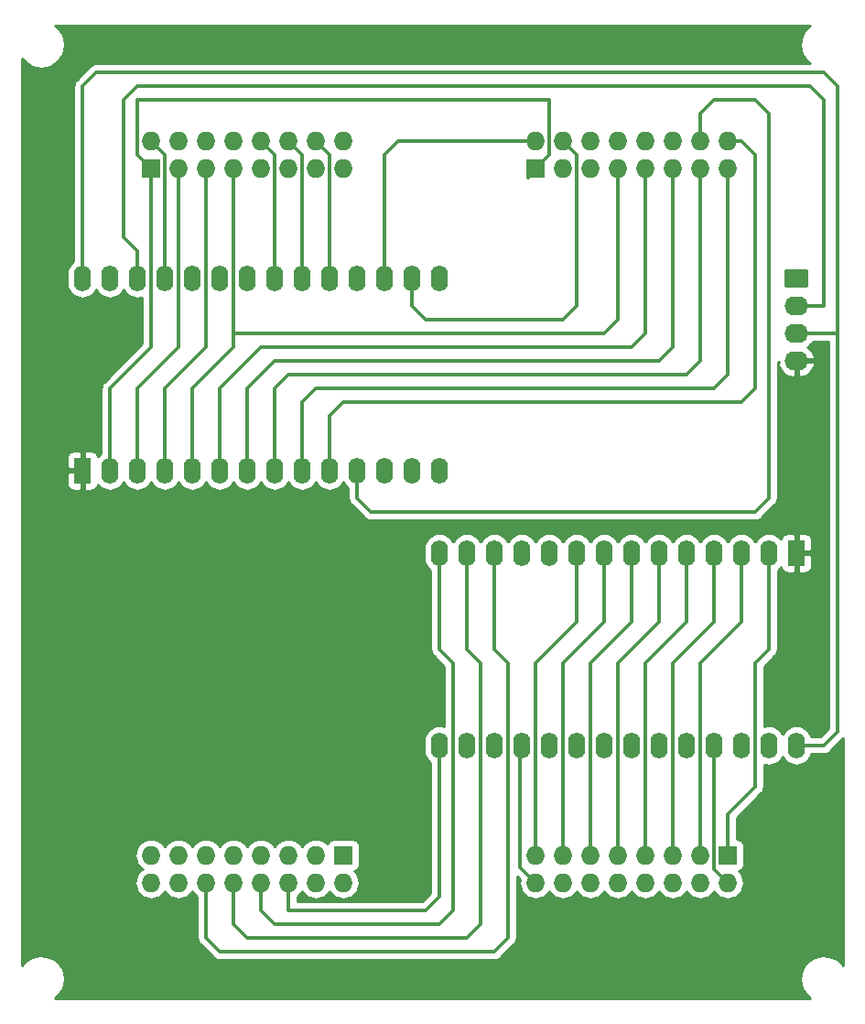
<source format=gbr>
G04 #@! TF.GenerationSoftware,KiCad,Pcbnew,(5.1.2)-2*
G04 #@! TF.CreationDate,2019-07-03T22:27:51+02:00*
G04 #@! TF.ProjectId,FGINT-V3-OUT256,4647494e-542d-4563-932d-4f5554323536,rev?*
G04 #@! TF.SameCoordinates,Original*
G04 #@! TF.FileFunction,Copper,L2,Bot*
G04 #@! TF.FilePolarity,Positive*
%FSLAX46Y46*%
G04 Gerber Fmt 4.6, Leading zero omitted, Abs format (unit mm)*
G04 Created by KiCad (PCBNEW (5.1.2)-2) date 2019-07-03 22:27:51*
%MOMM*%
%LPD*%
G04 APERTURE LIST*
%ADD10C,0.100000*%
%ADD11C,1.740000*%
%ADD12O,2.200000X1.740000*%
%ADD13O,1.727200X1.727200*%
%ADD14R,1.727200X1.727200*%
%ADD15O,1.600000X2.400000*%
%ADD16R,1.600000X2.400000*%
%ADD17C,0.350000*%
%ADD18C,0.254000*%
G04 APERTURE END LIST*
D10*
G36*
X136764505Y-49931204D02*
G01*
X136788773Y-49934804D01*
X136812572Y-49940765D01*
X136835671Y-49949030D01*
X136857850Y-49959520D01*
X136878893Y-49972132D01*
X136898599Y-49986747D01*
X136916777Y-50003223D01*
X136933253Y-50021401D01*
X136947868Y-50041107D01*
X136960480Y-50062150D01*
X136970970Y-50084329D01*
X136979235Y-50107428D01*
X136985196Y-50131227D01*
X136988796Y-50155495D01*
X136990000Y-50179999D01*
X136990000Y-51420001D01*
X136988796Y-51444505D01*
X136985196Y-51468773D01*
X136979235Y-51492572D01*
X136970970Y-51515671D01*
X136960480Y-51537850D01*
X136947868Y-51558893D01*
X136933253Y-51578599D01*
X136916777Y-51596777D01*
X136898599Y-51613253D01*
X136878893Y-51627868D01*
X136857850Y-51640480D01*
X136835671Y-51650970D01*
X136812572Y-51659235D01*
X136788773Y-51665196D01*
X136764505Y-51668796D01*
X136740001Y-51670000D01*
X135039999Y-51670000D01*
X135015495Y-51668796D01*
X134991227Y-51665196D01*
X134967428Y-51659235D01*
X134944329Y-51650970D01*
X134922150Y-51640480D01*
X134901107Y-51627868D01*
X134881401Y-51613253D01*
X134863223Y-51596777D01*
X134846747Y-51578599D01*
X134832132Y-51558893D01*
X134819520Y-51537850D01*
X134809030Y-51515671D01*
X134800765Y-51492572D01*
X134794804Y-51468773D01*
X134791204Y-51444505D01*
X134790000Y-51420001D01*
X134790000Y-50179999D01*
X134791204Y-50155495D01*
X134794804Y-50131227D01*
X134800765Y-50107428D01*
X134809030Y-50084329D01*
X134819520Y-50062150D01*
X134832132Y-50041107D01*
X134846747Y-50021401D01*
X134863223Y-50003223D01*
X134881401Y-49986747D01*
X134901107Y-49972132D01*
X134922150Y-49959520D01*
X134944329Y-49949030D01*
X134967428Y-49940765D01*
X134991227Y-49934804D01*
X135015495Y-49931204D01*
X135039999Y-49930000D01*
X136740001Y-49930000D01*
X136764505Y-49931204D01*
X136764505Y-49931204D01*
G37*
D11*
X135890000Y-50800000D03*
D12*
X135890000Y-53340000D03*
X135890000Y-55880000D03*
X135890000Y-58420000D03*
D13*
X111760000Y-106680000D03*
X111760000Y-104140000D03*
X114300000Y-106680000D03*
X114300000Y-104140000D03*
X116840000Y-106680000D03*
X116840000Y-104140000D03*
X119380000Y-106680000D03*
X119380000Y-104140000D03*
X121920000Y-106680000D03*
X121920000Y-104140000D03*
X124460000Y-106680000D03*
X124460000Y-104140000D03*
X127000000Y-106680000D03*
X127000000Y-104140000D03*
X129540000Y-106680000D03*
D14*
X129540000Y-104140000D03*
X93980000Y-104140000D03*
D13*
X93980000Y-106680000D03*
X91440000Y-104140000D03*
X91440000Y-106680000D03*
X88900000Y-104140000D03*
X88900000Y-106680000D03*
X86360000Y-104140000D03*
X86360000Y-106680000D03*
X83820000Y-104140000D03*
X83820000Y-106680000D03*
X81280000Y-104140000D03*
X81280000Y-106680000D03*
X78740000Y-104140000D03*
X78740000Y-106680000D03*
X76200000Y-104140000D03*
X76200000Y-106680000D03*
D14*
X76200000Y-40640000D03*
D13*
X76200000Y-38100000D03*
X78740000Y-40640000D03*
X78740000Y-38100000D03*
X81280000Y-40640000D03*
X81280000Y-38100000D03*
X83820000Y-40640000D03*
X83820000Y-38100000D03*
X86360000Y-40640000D03*
X86360000Y-38100000D03*
X88900000Y-40640000D03*
X88900000Y-38100000D03*
X91440000Y-40640000D03*
X91440000Y-38100000D03*
X93980000Y-40640000D03*
X93980000Y-38100000D03*
X129540000Y-38100000D03*
X129540000Y-40640000D03*
X127000000Y-38100000D03*
X127000000Y-40640000D03*
X124460000Y-38100000D03*
X124460000Y-40640000D03*
X121920000Y-38100000D03*
X121920000Y-40640000D03*
X119380000Y-38100000D03*
X119380000Y-40640000D03*
X116840000Y-38100000D03*
X116840000Y-40640000D03*
X114300000Y-38100000D03*
X114300000Y-40640000D03*
X111760000Y-38100000D03*
D14*
X111760000Y-40640000D03*
D15*
X135890000Y-93980000D03*
X102870000Y-76200000D03*
X133350000Y-93980000D03*
X105410000Y-76200000D03*
X130810000Y-93980000D03*
X107950000Y-76200000D03*
X128270000Y-93980000D03*
X110490000Y-76200000D03*
X125730000Y-93980000D03*
X113030000Y-76200000D03*
X123190000Y-93980000D03*
X115570000Y-76200000D03*
X120650000Y-93980000D03*
X118110000Y-76200000D03*
X118110000Y-93980000D03*
X120650000Y-76200000D03*
X115570000Y-93980000D03*
X123190000Y-76200000D03*
X113030000Y-93980000D03*
X125730000Y-76200000D03*
X110490000Y-93980000D03*
X128270000Y-76200000D03*
X107950000Y-93980000D03*
X130810000Y-76200000D03*
X105410000Y-93980000D03*
X133350000Y-76200000D03*
X102870000Y-93980000D03*
D16*
X135890000Y-76200000D03*
X69850000Y-68580000D03*
D15*
X102870000Y-50800000D03*
X72390000Y-68580000D03*
X100330000Y-50800000D03*
X74930000Y-68580000D03*
X97790000Y-50800000D03*
X77470000Y-68580000D03*
X95250000Y-50800000D03*
X80010000Y-68580000D03*
X92710000Y-50800000D03*
X82550000Y-68580000D03*
X90170000Y-50800000D03*
X85090000Y-68580000D03*
X87630000Y-50800000D03*
X87630000Y-68580000D03*
X85090000Y-50800000D03*
X90170000Y-68580000D03*
X82550000Y-50800000D03*
X92710000Y-68580000D03*
X80010000Y-50800000D03*
X95250000Y-68580000D03*
X77470000Y-50800000D03*
X97790000Y-68580000D03*
X74930000Y-50800000D03*
X100330000Y-68580000D03*
X72390000Y-50800000D03*
X102870000Y-68580000D03*
X69850000Y-50800000D03*
D17*
X74930000Y-50800000D02*
X74930000Y-48260000D01*
X74930000Y-48260000D02*
X73660000Y-46990000D01*
X73660000Y-46990000D02*
X73660000Y-34290000D01*
X73660000Y-34290000D02*
X74930000Y-33020000D01*
X74930000Y-33020000D02*
X77470000Y-33020000D01*
X77470000Y-33020000D02*
X137160000Y-33020000D01*
X137160000Y-33020000D02*
X138430000Y-34290000D01*
X138430000Y-34290000D02*
X138430000Y-53340000D01*
X138430000Y-53340000D02*
X135890000Y-53340000D01*
X69850000Y-50800000D02*
X69850000Y-33020000D01*
X69850000Y-33020000D02*
X71120000Y-31750000D01*
X71120000Y-31750000D02*
X138430000Y-31750000D01*
X138430000Y-31750000D02*
X139700000Y-33020000D01*
X139700000Y-33020000D02*
X139700000Y-55880000D01*
X139700000Y-55880000D02*
X135890000Y-55880000D01*
X135890000Y-93980000D02*
X138430000Y-93980000D01*
X138430000Y-93980000D02*
X139700000Y-92710000D01*
X139700000Y-92710000D02*
X139700000Y-55880000D01*
X139700000Y-55880000D02*
X135890000Y-55880000D01*
X135890000Y-73660000D02*
X135890000Y-58420000D01*
X135890000Y-76200000D02*
X135890000Y-73660000D01*
X69850000Y-68580000D02*
X69850000Y-72390000D01*
X69850000Y-72390000D02*
X71120000Y-73660000D01*
X71120000Y-73660000D02*
X135890000Y-73660000D01*
X110490000Y-93980000D02*
X110490000Y-94380000D01*
X110490000Y-94380000D02*
X110346300Y-94523700D01*
X110346300Y-94523700D02*
X110346300Y-103554400D01*
X110346300Y-103554400D02*
X110346300Y-104725600D01*
X110346300Y-104725600D02*
X110346300Y-105266300D01*
X110346300Y-105266300D02*
X111760000Y-106680000D01*
X111760000Y-104140000D02*
X111760000Y-86360000D01*
X111760000Y-86360000D02*
X115570000Y-82550000D01*
X115570000Y-82550000D02*
X115570000Y-76200000D01*
X114300000Y-104140000D02*
X114300000Y-86360000D01*
X114300000Y-86360000D02*
X118110000Y-82550000D01*
X118110000Y-82550000D02*
X118110000Y-76200000D01*
X116840000Y-104140000D02*
X116840000Y-86360000D01*
X116840000Y-86360000D02*
X120650000Y-82550000D01*
X120650000Y-82550000D02*
X120650000Y-76200000D01*
X119380000Y-104140000D02*
X119380000Y-86360000D01*
X119380000Y-86360000D02*
X123190000Y-82550000D01*
X123190000Y-82550000D02*
X123190000Y-76200000D01*
X121920000Y-104140000D02*
X121920000Y-86360000D01*
X121920000Y-86360000D02*
X125730000Y-82550000D01*
X125730000Y-82550000D02*
X125730000Y-76200000D01*
X124460000Y-104140000D02*
X124460000Y-86360000D01*
X124460000Y-86360000D02*
X128270000Y-82550000D01*
X128270000Y-82550000D02*
X128270000Y-76200000D01*
X127000000Y-104140000D02*
X127000000Y-86360000D01*
X127000000Y-86360000D02*
X130810000Y-82550000D01*
X130810000Y-82550000D02*
X130810000Y-76200000D01*
X128270000Y-93980000D02*
X128270000Y-95250000D01*
X128270000Y-95250000D02*
X128270000Y-105410000D01*
X128270000Y-105410000D02*
X129599800Y-106739800D01*
X129599800Y-106739800D02*
X129540000Y-106680000D01*
X129540000Y-104140000D02*
X129540000Y-102870000D01*
X129540000Y-102870000D02*
X129540000Y-100330000D01*
X129540000Y-100330000D02*
X132080000Y-97790000D01*
X132080000Y-97790000D02*
X132080000Y-86360000D01*
X132080000Y-86360000D02*
X133350000Y-85090000D01*
X133350000Y-85090000D02*
X133350000Y-76200000D01*
X102870000Y-93980000D02*
X102870000Y-107950000D01*
X102870000Y-107950000D02*
X101600000Y-109220000D01*
X101600000Y-109220000D02*
X88900000Y-109220000D01*
X88900000Y-109220000D02*
X88900000Y-106680000D01*
X102870000Y-76200000D02*
X102870000Y-76600000D01*
X102870000Y-76600000D02*
X102870000Y-85090000D01*
X102870000Y-85090000D02*
X104140000Y-86360000D01*
X104140000Y-86360000D02*
X104140000Y-109220000D01*
X104140000Y-109220000D02*
X102870000Y-110490000D01*
X102870000Y-110490000D02*
X87630000Y-110490000D01*
X87630000Y-110490000D02*
X86360000Y-109220000D01*
X86360000Y-109220000D02*
X86360000Y-106680000D01*
X105410000Y-76200000D02*
X105410000Y-76600000D01*
X105410000Y-76600000D02*
X105410000Y-85090000D01*
X105410000Y-85090000D02*
X106680000Y-86360000D01*
X106680000Y-86360000D02*
X106680000Y-93853900D01*
X106680000Y-93853900D02*
X106680000Y-86360000D01*
X106680000Y-86360000D02*
X106680000Y-110490000D01*
X106680000Y-110490000D02*
X105410000Y-111760000D01*
X105410000Y-111760000D02*
X85090000Y-111760000D01*
X85090000Y-111760000D02*
X83820000Y-110490000D01*
X83820000Y-110490000D02*
X83820000Y-106680000D01*
X107950000Y-76200000D02*
X107950000Y-76600000D01*
X107950000Y-76600000D02*
X107950000Y-85090000D01*
X107950000Y-85090000D02*
X109220000Y-86360000D01*
X109220000Y-86360000D02*
X109220000Y-111760000D01*
X109220000Y-111760000D02*
X107950000Y-113030000D01*
X107950000Y-113030000D02*
X82550000Y-113030000D01*
X82550000Y-113030000D02*
X81280000Y-111760000D01*
X81280000Y-111760000D02*
X81280000Y-106680000D01*
X76200000Y-40640000D02*
X74930000Y-39370000D01*
X74930000Y-39370000D02*
X74930000Y-34290000D01*
X74930000Y-34290000D02*
X113030000Y-34290000D01*
X113030000Y-34290000D02*
X113030000Y-39370000D01*
X113030000Y-39370000D02*
X111760000Y-40640000D01*
X111760000Y-40640000D02*
X111071400Y-41503600D01*
X111071400Y-41503600D02*
X111071400Y-41328600D01*
X111071400Y-41328600D02*
X111760000Y-40640000D01*
X72390000Y-68580000D02*
X72390000Y-68180000D01*
X72390000Y-68180000D02*
X72390000Y-60960000D01*
X72390000Y-60960000D02*
X76200000Y-57150000D01*
X76200000Y-57150000D02*
X76200000Y-50926100D01*
X76200000Y-50926100D02*
X76200000Y-41503600D01*
X76200000Y-41503600D02*
X76200000Y-41328600D01*
X76200000Y-41328600D02*
X76200000Y-40640000D01*
X77470000Y-50800000D02*
X77470000Y-39370000D01*
X77470000Y-39370000D02*
X76200000Y-38100000D01*
X74930000Y-68580000D02*
X74930000Y-68180000D01*
X74930000Y-68180000D02*
X74930000Y-60960000D01*
X74930000Y-60960000D02*
X78740000Y-57150000D01*
X78740000Y-57150000D02*
X78740000Y-50926100D01*
X78740000Y-50926100D02*
X78740000Y-40640000D01*
X81280000Y-40640000D02*
X81280000Y-57150000D01*
X81280000Y-57150000D02*
X77470000Y-60960000D01*
X77470000Y-60960000D02*
X77470000Y-68180000D01*
X77470000Y-68180000D02*
X77470000Y-68580000D01*
X83820000Y-40640000D02*
X83820000Y-57150000D01*
X119380000Y-40640000D02*
X119380000Y-54610000D01*
X119380000Y-54610000D02*
X118110000Y-55880000D01*
X118110000Y-55880000D02*
X83820000Y-55880000D01*
X83820000Y-55880000D02*
X83820000Y-57150000D01*
X80010000Y-68580000D02*
X80010000Y-68180000D01*
X80010000Y-68180000D02*
X80010000Y-60960000D01*
X80010000Y-60960000D02*
X83820000Y-57150000D01*
X82550000Y-68580000D02*
X82550000Y-60960000D01*
X82550000Y-60960000D02*
X86360000Y-57150000D01*
X86360000Y-57150000D02*
X120650000Y-57150000D01*
X120650000Y-57150000D02*
X121920000Y-55880000D01*
X121920000Y-55880000D02*
X121920000Y-40640000D01*
X87630000Y-50800000D02*
X87630000Y-39370000D01*
X87630000Y-39370000D02*
X86360000Y-38100000D01*
X85090000Y-68580000D02*
X85090000Y-60960000D01*
X85090000Y-60960000D02*
X87630000Y-58420000D01*
X87630000Y-58420000D02*
X123190000Y-58420000D01*
X123190000Y-58420000D02*
X124460000Y-57150000D01*
X124460000Y-57150000D02*
X124460000Y-40640000D01*
X90170000Y-50800000D02*
X90170000Y-39370000D01*
X90170000Y-39370000D02*
X88900000Y-38100000D01*
X127000000Y-40640000D02*
X127000000Y-58420000D01*
X127000000Y-58420000D02*
X125730000Y-59690000D01*
X125730000Y-59690000D02*
X88900000Y-59690000D01*
X88900000Y-59690000D02*
X87630000Y-60960000D01*
X87630000Y-60960000D02*
X87630000Y-68580000D01*
X92710000Y-50800000D02*
X92710000Y-50165000D01*
X92710000Y-50165000D02*
X92710000Y-39370000D01*
X92710000Y-39370000D02*
X91440000Y-38100000D01*
X90170000Y-68580000D02*
X90170000Y-62230000D01*
X90170000Y-62230000D02*
X91440000Y-60960000D01*
X91440000Y-60960000D02*
X128270000Y-60960000D01*
X128270000Y-60960000D02*
X129540000Y-59690000D01*
X129540000Y-59690000D02*
X129540000Y-40640000D01*
X92710000Y-68580000D02*
X92710000Y-63500000D01*
X92710000Y-63500000D02*
X93980000Y-62230000D01*
X93980000Y-62230000D02*
X130810000Y-62230000D01*
X130810000Y-62230000D02*
X132080000Y-60960000D01*
X132080000Y-60960000D02*
X132080000Y-39370000D01*
X132080000Y-39370000D02*
X130810000Y-38100000D01*
X130810000Y-38100000D02*
X129540000Y-38100000D01*
X95250000Y-68580000D02*
X95250000Y-71120000D01*
X95250000Y-71120000D02*
X96520000Y-72390000D01*
X96520000Y-72390000D02*
X132080000Y-72390000D01*
X132080000Y-72390000D02*
X133350000Y-71120000D01*
X133350000Y-71120000D02*
X133350000Y-35560000D01*
X133350000Y-35560000D02*
X132080000Y-34290000D01*
X132080000Y-34290000D02*
X128270000Y-34290000D01*
X128270000Y-34290000D02*
X127000000Y-35560000D01*
X127000000Y-35560000D02*
X127000000Y-38100000D01*
X100330000Y-50800000D02*
X100330000Y-53340000D01*
X100330000Y-53340000D02*
X101600000Y-54610000D01*
X101600000Y-54610000D02*
X114300000Y-54610000D01*
X114300000Y-54610000D02*
X115570000Y-53340000D01*
X115570000Y-53340000D02*
X115570000Y-39370000D01*
X115570000Y-39370000D02*
X114300000Y-38100000D01*
X97790000Y-50800000D02*
X97790000Y-43180000D01*
X97790000Y-43180000D02*
X97790000Y-39370000D01*
X97790000Y-39370000D02*
X99060000Y-38100000D01*
X99060000Y-38100000D02*
X111760000Y-38100000D01*
D18*
G36*
X136861839Y-27695645D02*
G01*
X136597565Y-28029076D01*
X136403087Y-28407488D01*
X136285814Y-28816468D01*
X136250212Y-29240438D01*
X136297638Y-29663247D01*
X136426285Y-30068793D01*
X136631253Y-30441628D01*
X136904734Y-30767550D01*
X137119218Y-30940000D01*
X71159787Y-30940000D01*
X71119999Y-30936081D01*
X71080211Y-30940000D01*
X71080209Y-30940000D01*
X70961212Y-30951720D01*
X70808527Y-30998037D01*
X70772485Y-31017302D01*
X70667810Y-31073251D01*
X70612210Y-31118881D01*
X70544472Y-31174472D01*
X70519105Y-31205382D01*
X69305383Y-32419105D01*
X69274473Y-32444472D01*
X69249108Y-32475380D01*
X69173251Y-32567811D01*
X69098039Y-32708526D01*
X69098038Y-32708527D01*
X69051722Y-32861211D01*
X69051721Y-32861213D01*
X69036081Y-33020000D01*
X69040001Y-33059798D01*
X69040000Y-49208371D01*
X68830392Y-49380393D01*
X68651068Y-49598900D01*
X68517818Y-49848193D01*
X68435764Y-50118692D01*
X68415000Y-50329509D01*
X68415000Y-51270492D01*
X68435764Y-51481309D01*
X68517818Y-51751808D01*
X68651068Y-52001101D01*
X68830393Y-52219608D01*
X69048900Y-52398932D01*
X69298193Y-52532182D01*
X69568692Y-52614236D01*
X69850000Y-52641943D01*
X70131309Y-52614236D01*
X70401808Y-52532182D01*
X70651101Y-52398932D01*
X70869608Y-52219608D01*
X71048932Y-52001101D01*
X71120000Y-51868142D01*
X71191068Y-52001101D01*
X71370393Y-52219608D01*
X71588900Y-52398932D01*
X71838193Y-52532182D01*
X72108692Y-52614236D01*
X72390000Y-52641943D01*
X72671309Y-52614236D01*
X72941808Y-52532182D01*
X73191101Y-52398932D01*
X73409608Y-52219608D01*
X73588932Y-52001101D01*
X73660000Y-51868142D01*
X73731068Y-52001101D01*
X73910393Y-52219608D01*
X74128900Y-52398932D01*
X74378193Y-52532182D01*
X74648692Y-52614236D01*
X74930000Y-52641943D01*
X75211309Y-52614236D01*
X75390001Y-52560031D01*
X75390000Y-56814487D01*
X71845383Y-60359105D01*
X71814473Y-60384472D01*
X71789108Y-60415380D01*
X71713251Y-60507811D01*
X71638038Y-60648527D01*
X71591721Y-60801213D01*
X71576081Y-60960000D01*
X71580001Y-60999798D01*
X71580000Y-66988371D01*
X71370392Y-67160393D01*
X71277581Y-67273483D01*
X71275812Y-67255518D01*
X71239502Y-67135820D01*
X71180537Y-67025506D01*
X71101185Y-66928815D01*
X71004494Y-66849463D01*
X70894180Y-66790498D01*
X70774482Y-66754188D01*
X70650000Y-66741928D01*
X70135750Y-66745000D01*
X69977000Y-66903750D01*
X69977000Y-68453000D01*
X69997000Y-68453000D01*
X69997000Y-68707000D01*
X69977000Y-68707000D01*
X69977000Y-70256250D01*
X70135750Y-70415000D01*
X70650000Y-70418072D01*
X70774482Y-70405812D01*
X70894180Y-70369502D01*
X71004494Y-70310537D01*
X71101185Y-70231185D01*
X71180537Y-70134494D01*
X71239502Y-70024180D01*
X71275812Y-69904482D01*
X71277581Y-69886517D01*
X71370393Y-69999608D01*
X71588900Y-70178932D01*
X71838193Y-70312182D01*
X72108692Y-70394236D01*
X72390000Y-70421943D01*
X72671309Y-70394236D01*
X72941808Y-70312182D01*
X73191101Y-70178932D01*
X73409608Y-69999608D01*
X73588932Y-69781101D01*
X73660000Y-69648142D01*
X73731068Y-69781101D01*
X73910393Y-69999608D01*
X74128900Y-70178932D01*
X74378193Y-70312182D01*
X74648692Y-70394236D01*
X74930000Y-70421943D01*
X75211309Y-70394236D01*
X75481808Y-70312182D01*
X75731101Y-70178932D01*
X75949608Y-69999608D01*
X76128932Y-69781101D01*
X76200000Y-69648142D01*
X76271068Y-69781101D01*
X76450393Y-69999608D01*
X76668900Y-70178932D01*
X76918193Y-70312182D01*
X77188692Y-70394236D01*
X77470000Y-70421943D01*
X77751309Y-70394236D01*
X78021808Y-70312182D01*
X78271101Y-70178932D01*
X78489608Y-69999608D01*
X78668932Y-69781101D01*
X78740000Y-69648142D01*
X78811068Y-69781101D01*
X78990393Y-69999608D01*
X79208900Y-70178932D01*
X79458193Y-70312182D01*
X79728692Y-70394236D01*
X80010000Y-70421943D01*
X80291309Y-70394236D01*
X80561808Y-70312182D01*
X80811101Y-70178932D01*
X81029608Y-69999608D01*
X81208932Y-69781101D01*
X81280000Y-69648142D01*
X81351068Y-69781101D01*
X81530393Y-69999608D01*
X81748900Y-70178932D01*
X81998193Y-70312182D01*
X82268692Y-70394236D01*
X82550000Y-70421943D01*
X82831309Y-70394236D01*
X83101808Y-70312182D01*
X83351101Y-70178932D01*
X83569608Y-69999608D01*
X83748932Y-69781101D01*
X83820000Y-69648142D01*
X83891068Y-69781101D01*
X84070393Y-69999608D01*
X84288900Y-70178932D01*
X84538193Y-70312182D01*
X84808692Y-70394236D01*
X85090000Y-70421943D01*
X85371309Y-70394236D01*
X85641808Y-70312182D01*
X85891101Y-70178932D01*
X86109608Y-69999608D01*
X86288932Y-69781101D01*
X86360000Y-69648142D01*
X86431068Y-69781101D01*
X86610393Y-69999608D01*
X86828900Y-70178932D01*
X87078193Y-70312182D01*
X87348692Y-70394236D01*
X87630000Y-70421943D01*
X87911309Y-70394236D01*
X88181808Y-70312182D01*
X88431101Y-70178932D01*
X88649608Y-69999608D01*
X88828932Y-69781101D01*
X88900000Y-69648142D01*
X88971068Y-69781101D01*
X89150393Y-69999608D01*
X89368900Y-70178932D01*
X89618193Y-70312182D01*
X89888692Y-70394236D01*
X90170000Y-70421943D01*
X90451309Y-70394236D01*
X90721808Y-70312182D01*
X90971101Y-70178932D01*
X91189608Y-69999608D01*
X91368932Y-69781101D01*
X91440000Y-69648142D01*
X91511068Y-69781101D01*
X91690393Y-69999608D01*
X91908900Y-70178932D01*
X92158193Y-70312182D01*
X92428692Y-70394236D01*
X92710000Y-70421943D01*
X92991309Y-70394236D01*
X93261808Y-70312182D01*
X93511101Y-70178932D01*
X93729608Y-69999608D01*
X93908932Y-69781101D01*
X93980000Y-69648142D01*
X94051068Y-69781101D01*
X94230393Y-69999608D01*
X94440001Y-70171628D01*
X94440001Y-71080202D01*
X94436081Y-71120000D01*
X94450305Y-71264410D01*
X94451721Y-71278788D01*
X94498038Y-71431472D01*
X94498038Y-71431473D01*
X94573251Y-71572189D01*
X94627292Y-71638037D01*
X94674473Y-71695528D01*
X94705383Y-71720895D01*
X95919105Y-72934618D01*
X95944472Y-72965528D01*
X96012210Y-73021119D01*
X96067810Y-73066749D01*
X96143024Y-73106951D01*
X96208527Y-73141963D01*
X96361212Y-73188280D01*
X96480209Y-73200000D01*
X96480211Y-73200000D01*
X96519999Y-73203919D01*
X96559787Y-73200000D01*
X132040212Y-73200000D01*
X132080000Y-73203919D01*
X132119788Y-73200000D01*
X132119791Y-73200000D01*
X132238788Y-73188280D01*
X132391473Y-73141963D01*
X132532189Y-73066749D01*
X132655528Y-72965528D01*
X132680899Y-72934613D01*
X133894619Y-71720894D01*
X133925528Y-71695528D01*
X133981119Y-71627790D01*
X134026749Y-71572190D01*
X134101962Y-71431474D01*
X134101963Y-71431473D01*
X134148280Y-71278788D01*
X134160000Y-71159791D01*
X134160000Y-71159789D01*
X134163919Y-71120001D01*
X134160000Y-71080213D01*
X134160000Y-58547002D01*
X134319753Y-58547002D01*
X134198698Y-58780031D01*
X134216412Y-58872502D01*
X134332429Y-59145437D01*
X134499464Y-59390494D01*
X134711097Y-59598256D01*
X134959196Y-59760738D01*
X135234227Y-59871696D01*
X135525620Y-59926866D01*
X135763000Y-59770586D01*
X135763000Y-58547000D01*
X136017000Y-58547000D01*
X136017000Y-59770586D01*
X136254380Y-59926866D01*
X136545773Y-59871696D01*
X136820804Y-59760738D01*
X137068903Y-59598256D01*
X137280536Y-59390494D01*
X137447571Y-59145437D01*
X137563588Y-58872502D01*
X137581302Y-58780031D01*
X137460246Y-58547000D01*
X136017000Y-58547000D01*
X135763000Y-58547000D01*
X135743000Y-58547000D01*
X135743000Y-58293000D01*
X135763000Y-58293000D01*
X135763000Y-58273000D01*
X136017000Y-58273000D01*
X136017000Y-58293000D01*
X137460246Y-58293000D01*
X137581302Y-58059969D01*
X137563588Y-57967498D01*
X137447571Y-57694563D01*
X137280536Y-57449506D01*
X137068903Y-57241744D01*
X136932331Y-57152302D01*
X136960179Y-57137417D01*
X137189345Y-56949345D01*
X137377417Y-56720179D01*
X137393548Y-56690000D01*
X138890001Y-56690000D01*
X138890000Y-92374487D01*
X138094488Y-93170000D01*
X137265198Y-93170000D01*
X137222182Y-93028192D01*
X137088932Y-92778899D01*
X136909608Y-92560392D01*
X136691101Y-92381068D01*
X136441808Y-92247818D01*
X136171309Y-92165764D01*
X135890000Y-92138057D01*
X135608692Y-92165764D01*
X135338193Y-92247818D01*
X135088900Y-92381068D01*
X134870393Y-92560392D01*
X134691068Y-92778899D01*
X134620000Y-92911858D01*
X134548932Y-92778899D01*
X134369608Y-92560392D01*
X134151101Y-92381068D01*
X133901808Y-92247818D01*
X133631309Y-92165764D01*
X133350000Y-92138057D01*
X133068692Y-92165764D01*
X132890000Y-92219969D01*
X132890000Y-86695512D01*
X133894619Y-85690894D01*
X133925528Y-85665528D01*
X133981119Y-85597790D01*
X134026749Y-85542190D01*
X134101962Y-85401474D01*
X134101963Y-85401473D01*
X134148280Y-85248788D01*
X134160000Y-85129791D01*
X134160000Y-85129789D01*
X134163919Y-85090001D01*
X134160000Y-85050213D01*
X134160000Y-77791628D01*
X134369607Y-77619608D01*
X134462419Y-77506517D01*
X134464188Y-77524482D01*
X134500498Y-77644180D01*
X134559463Y-77754494D01*
X134638815Y-77851185D01*
X134735506Y-77930537D01*
X134845820Y-77989502D01*
X134965518Y-78025812D01*
X135090000Y-78038072D01*
X135604250Y-78035000D01*
X135763000Y-77876250D01*
X135763000Y-76327000D01*
X136017000Y-76327000D01*
X136017000Y-77876250D01*
X136175750Y-78035000D01*
X136690000Y-78038072D01*
X136814482Y-78025812D01*
X136934180Y-77989502D01*
X137044494Y-77930537D01*
X137141185Y-77851185D01*
X137220537Y-77754494D01*
X137279502Y-77644180D01*
X137315812Y-77524482D01*
X137328072Y-77400000D01*
X137325000Y-76485750D01*
X137166250Y-76327000D01*
X136017000Y-76327000D01*
X135763000Y-76327000D01*
X135743000Y-76327000D01*
X135743000Y-76073000D01*
X135763000Y-76073000D01*
X135763000Y-74523750D01*
X136017000Y-74523750D01*
X136017000Y-76073000D01*
X137166250Y-76073000D01*
X137325000Y-75914250D01*
X137328072Y-75000000D01*
X137315812Y-74875518D01*
X137279502Y-74755820D01*
X137220537Y-74645506D01*
X137141185Y-74548815D01*
X137044494Y-74469463D01*
X136934180Y-74410498D01*
X136814482Y-74374188D01*
X136690000Y-74361928D01*
X136175750Y-74365000D01*
X136017000Y-74523750D01*
X135763000Y-74523750D01*
X135604250Y-74365000D01*
X135090000Y-74361928D01*
X134965518Y-74374188D01*
X134845820Y-74410498D01*
X134735506Y-74469463D01*
X134638815Y-74548815D01*
X134559463Y-74645506D01*
X134500498Y-74755820D01*
X134464188Y-74875518D01*
X134462419Y-74893482D01*
X134369608Y-74780392D01*
X134151101Y-74601068D01*
X133901808Y-74467818D01*
X133631309Y-74385764D01*
X133350000Y-74358057D01*
X133068692Y-74385764D01*
X132798193Y-74467818D01*
X132548900Y-74601068D01*
X132330393Y-74780392D01*
X132151068Y-74998899D01*
X132080000Y-75131858D01*
X132008932Y-74998899D01*
X131829608Y-74780392D01*
X131611101Y-74601068D01*
X131361808Y-74467818D01*
X131091309Y-74385764D01*
X130810000Y-74358057D01*
X130528692Y-74385764D01*
X130258193Y-74467818D01*
X130008900Y-74601068D01*
X129790393Y-74780392D01*
X129611068Y-74998899D01*
X129540000Y-75131858D01*
X129468932Y-74998899D01*
X129289608Y-74780392D01*
X129071101Y-74601068D01*
X128821808Y-74467818D01*
X128551309Y-74385764D01*
X128270000Y-74358057D01*
X127988692Y-74385764D01*
X127718193Y-74467818D01*
X127468900Y-74601068D01*
X127250393Y-74780392D01*
X127071068Y-74998899D01*
X127000000Y-75131858D01*
X126928932Y-74998899D01*
X126749608Y-74780392D01*
X126531101Y-74601068D01*
X126281808Y-74467818D01*
X126011309Y-74385764D01*
X125730000Y-74358057D01*
X125448692Y-74385764D01*
X125178193Y-74467818D01*
X124928900Y-74601068D01*
X124710393Y-74780392D01*
X124531068Y-74998899D01*
X124460000Y-75131858D01*
X124388932Y-74998899D01*
X124209608Y-74780392D01*
X123991101Y-74601068D01*
X123741808Y-74467818D01*
X123471309Y-74385764D01*
X123190000Y-74358057D01*
X122908692Y-74385764D01*
X122638193Y-74467818D01*
X122388900Y-74601068D01*
X122170393Y-74780392D01*
X121991068Y-74998899D01*
X121920000Y-75131858D01*
X121848932Y-74998899D01*
X121669608Y-74780392D01*
X121451101Y-74601068D01*
X121201808Y-74467818D01*
X120931309Y-74385764D01*
X120650000Y-74358057D01*
X120368692Y-74385764D01*
X120098193Y-74467818D01*
X119848900Y-74601068D01*
X119630393Y-74780392D01*
X119451068Y-74998899D01*
X119380000Y-75131858D01*
X119308932Y-74998899D01*
X119129608Y-74780392D01*
X118911101Y-74601068D01*
X118661808Y-74467818D01*
X118391309Y-74385764D01*
X118110000Y-74358057D01*
X117828692Y-74385764D01*
X117558193Y-74467818D01*
X117308900Y-74601068D01*
X117090393Y-74780392D01*
X116911068Y-74998899D01*
X116840000Y-75131858D01*
X116768932Y-74998899D01*
X116589608Y-74780392D01*
X116371101Y-74601068D01*
X116121808Y-74467818D01*
X115851309Y-74385764D01*
X115570000Y-74358057D01*
X115288692Y-74385764D01*
X115018193Y-74467818D01*
X114768900Y-74601068D01*
X114550393Y-74780392D01*
X114371068Y-74998899D01*
X114300000Y-75131858D01*
X114228932Y-74998899D01*
X114049608Y-74780392D01*
X113831101Y-74601068D01*
X113581808Y-74467818D01*
X113311309Y-74385764D01*
X113030000Y-74358057D01*
X112748692Y-74385764D01*
X112478193Y-74467818D01*
X112228900Y-74601068D01*
X112010393Y-74780392D01*
X111831068Y-74998899D01*
X111760000Y-75131858D01*
X111688932Y-74998899D01*
X111509608Y-74780392D01*
X111291101Y-74601068D01*
X111041808Y-74467818D01*
X110771309Y-74385764D01*
X110490000Y-74358057D01*
X110208692Y-74385764D01*
X109938193Y-74467818D01*
X109688900Y-74601068D01*
X109470393Y-74780392D01*
X109291068Y-74998899D01*
X109220000Y-75131858D01*
X109148932Y-74998899D01*
X108969608Y-74780392D01*
X108751101Y-74601068D01*
X108501808Y-74467818D01*
X108231309Y-74385764D01*
X107950000Y-74358057D01*
X107668692Y-74385764D01*
X107398193Y-74467818D01*
X107148900Y-74601068D01*
X106930393Y-74780392D01*
X106751068Y-74998899D01*
X106680000Y-75131858D01*
X106608932Y-74998899D01*
X106429608Y-74780392D01*
X106211101Y-74601068D01*
X105961808Y-74467818D01*
X105691309Y-74385764D01*
X105410000Y-74358057D01*
X105128692Y-74385764D01*
X104858193Y-74467818D01*
X104608900Y-74601068D01*
X104390393Y-74780392D01*
X104211068Y-74998899D01*
X104140000Y-75131858D01*
X104068932Y-74998899D01*
X103889608Y-74780392D01*
X103671101Y-74601068D01*
X103421808Y-74467818D01*
X103151309Y-74385764D01*
X102870000Y-74358057D01*
X102588692Y-74385764D01*
X102318193Y-74467818D01*
X102068900Y-74601068D01*
X101850393Y-74780392D01*
X101671068Y-74998899D01*
X101537818Y-75248192D01*
X101455764Y-75518691D01*
X101435000Y-75729508D01*
X101435000Y-76670491D01*
X101455764Y-76881308D01*
X101537818Y-77151807D01*
X101671068Y-77401100D01*
X101850392Y-77619607D01*
X102060000Y-77791629D01*
X102060001Y-85050202D01*
X102056081Y-85090000D01*
X102070305Y-85234410D01*
X102071721Y-85248788D01*
X102118038Y-85401472D01*
X102118038Y-85401473D01*
X102193251Y-85542189D01*
X102247292Y-85608037D01*
X102294473Y-85665528D01*
X102325383Y-85690895D01*
X103330000Y-86695513D01*
X103330000Y-92219969D01*
X103151309Y-92165764D01*
X102870000Y-92138057D01*
X102588692Y-92165764D01*
X102318193Y-92247818D01*
X102068900Y-92381068D01*
X101850393Y-92560392D01*
X101671068Y-92778899D01*
X101537818Y-93028192D01*
X101455764Y-93298691D01*
X101435000Y-93509508D01*
X101435000Y-94450491D01*
X101455764Y-94661308D01*
X101537818Y-94931807D01*
X101671068Y-95181100D01*
X101850392Y-95399607D01*
X102060000Y-95571629D01*
X102060001Y-107614486D01*
X101264488Y-108410000D01*
X89710000Y-108410000D01*
X89710000Y-107946290D01*
X89736606Y-107932069D01*
X89964797Y-107744797D01*
X90152069Y-107516606D01*
X90170000Y-107483060D01*
X90187931Y-107516606D01*
X90375203Y-107744797D01*
X90603394Y-107932069D01*
X90863736Y-108071225D01*
X91146223Y-108156916D01*
X91366381Y-108178600D01*
X91513619Y-108178600D01*
X91733777Y-108156916D01*
X92016264Y-108071225D01*
X92276606Y-107932069D01*
X92504797Y-107744797D01*
X92692069Y-107516606D01*
X92710000Y-107483060D01*
X92727931Y-107516606D01*
X92915203Y-107744797D01*
X93143394Y-107932069D01*
X93403736Y-108071225D01*
X93686223Y-108156916D01*
X93906381Y-108178600D01*
X94053619Y-108178600D01*
X94273777Y-108156916D01*
X94556264Y-108071225D01*
X94816606Y-107932069D01*
X95044797Y-107744797D01*
X95232069Y-107516606D01*
X95371225Y-107256264D01*
X95456916Y-106973777D01*
X95485851Y-106680000D01*
X95456916Y-106386223D01*
X95371225Y-106103736D01*
X95232069Y-105843394D01*
X95044797Y-105615203D01*
X95036735Y-105608586D01*
X95087780Y-105593102D01*
X95198094Y-105534137D01*
X95294785Y-105454785D01*
X95374137Y-105358094D01*
X95433102Y-105247780D01*
X95469412Y-105128082D01*
X95481672Y-105003600D01*
X95481672Y-103276400D01*
X95469412Y-103151918D01*
X95433102Y-103032220D01*
X95374137Y-102921906D01*
X95294785Y-102825215D01*
X95198094Y-102745863D01*
X95087780Y-102686898D01*
X94968082Y-102650588D01*
X94843600Y-102638328D01*
X93116400Y-102638328D01*
X92991918Y-102650588D01*
X92872220Y-102686898D01*
X92761906Y-102745863D01*
X92665215Y-102825215D01*
X92585863Y-102921906D01*
X92526898Y-103032220D01*
X92511414Y-103083265D01*
X92504797Y-103075203D01*
X92276606Y-102887931D01*
X92016264Y-102748775D01*
X91733777Y-102663084D01*
X91513619Y-102641400D01*
X91366381Y-102641400D01*
X91146223Y-102663084D01*
X90863736Y-102748775D01*
X90603394Y-102887931D01*
X90375203Y-103075203D01*
X90187931Y-103303394D01*
X90170000Y-103336940D01*
X90152069Y-103303394D01*
X89964797Y-103075203D01*
X89736606Y-102887931D01*
X89476264Y-102748775D01*
X89193777Y-102663084D01*
X88973619Y-102641400D01*
X88826381Y-102641400D01*
X88606223Y-102663084D01*
X88323736Y-102748775D01*
X88063394Y-102887931D01*
X87835203Y-103075203D01*
X87647931Y-103303394D01*
X87630000Y-103336940D01*
X87612069Y-103303394D01*
X87424797Y-103075203D01*
X87196606Y-102887931D01*
X86936264Y-102748775D01*
X86653777Y-102663084D01*
X86433619Y-102641400D01*
X86286381Y-102641400D01*
X86066223Y-102663084D01*
X85783736Y-102748775D01*
X85523394Y-102887931D01*
X85295203Y-103075203D01*
X85107931Y-103303394D01*
X85090000Y-103336940D01*
X85072069Y-103303394D01*
X84884797Y-103075203D01*
X84656606Y-102887931D01*
X84396264Y-102748775D01*
X84113777Y-102663084D01*
X83893619Y-102641400D01*
X83746381Y-102641400D01*
X83526223Y-102663084D01*
X83243736Y-102748775D01*
X82983394Y-102887931D01*
X82755203Y-103075203D01*
X82567931Y-103303394D01*
X82550000Y-103336940D01*
X82532069Y-103303394D01*
X82344797Y-103075203D01*
X82116606Y-102887931D01*
X81856264Y-102748775D01*
X81573777Y-102663084D01*
X81353619Y-102641400D01*
X81206381Y-102641400D01*
X80986223Y-102663084D01*
X80703736Y-102748775D01*
X80443394Y-102887931D01*
X80215203Y-103075203D01*
X80027931Y-103303394D01*
X80010000Y-103336940D01*
X79992069Y-103303394D01*
X79804797Y-103075203D01*
X79576606Y-102887931D01*
X79316264Y-102748775D01*
X79033777Y-102663084D01*
X78813619Y-102641400D01*
X78666381Y-102641400D01*
X78446223Y-102663084D01*
X78163736Y-102748775D01*
X77903394Y-102887931D01*
X77675203Y-103075203D01*
X77487931Y-103303394D01*
X77470000Y-103336940D01*
X77452069Y-103303394D01*
X77264797Y-103075203D01*
X77036606Y-102887931D01*
X76776264Y-102748775D01*
X76493777Y-102663084D01*
X76273619Y-102641400D01*
X76126381Y-102641400D01*
X75906223Y-102663084D01*
X75623736Y-102748775D01*
X75363394Y-102887931D01*
X75135203Y-103075203D01*
X74947931Y-103303394D01*
X74808775Y-103563736D01*
X74723084Y-103846223D01*
X74694149Y-104140000D01*
X74723084Y-104433777D01*
X74808775Y-104716264D01*
X74947931Y-104976606D01*
X75135203Y-105204797D01*
X75363394Y-105392069D01*
X75396940Y-105410000D01*
X75363394Y-105427931D01*
X75135203Y-105615203D01*
X74947931Y-105843394D01*
X74808775Y-106103736D01*
X74723084Y-106386223D01*
X74694149Y-106680000D01*
X74723084Y-106973777D01*
X74808775Y-107256264D01*
X74947931Y-107516606D01*
X75135203Y-107744797D01*
X75363394Y-107932069D01*
X75623736Y-108071225D01*
X75906223Y-108156916D01*
X76126381Y-108178600D01*
X76273619Y-108178600D01*
X76493777Y-108156916D01*
X76776264Y-108071225D01*
X77036606Y-107932069D01*
X77264797Y-107744797D01*
X77452069Y-107516606D01*
X77470000Y-107483060D01*
X77487931Y-107516606D01*
X77675203Y-107744797D01*
X77903394Y-107932069D01*
X78163736Y-108071225D01*
X78446223Y-108156916D01*
X78666381Y-108178600D01*
X78813619Y-108178600D01*
X79033777Y-108156916D01*
X79316264Y-108071225D01*
X79576606Y-107932069D01*
X79804797Y-107744797D01*
X79992069Y-107516606D01*
X80010000Y-107483060D01*
X80027931Y-107516606D01*
X80215203Y-107744797D01*
X80443394Y-107932069D01*
X80470001Y-107946291D01*
X80470000Y-111720212D01*
X80466081Y-111760000D01*
X80470000Y-111799788D01*
X80470000Y-111799790D01*
X80481720Y-111918787D01*
X80528037Y-112071472D01*
X80563049Y-112136975D01*
X80603251Y-112212189D01*
X80619280Y-112231720D01*
X80704472Y-112335528D01*
X80735387Y-112360899D01*
X81949105Y-113574618D01*
X81974472Y-113605528D01*
X82042210Y-113661119D01*
X82097810Y-113706749D01*
X82173024Y-113746951D01*
X82238527Y-113781963D01*
X82391212Y-113828280D01*
X82510209Y-113840000D01*
X82510211Y-113840000D01*
X82549999Y-113843919D01*
X82589787Y-113840000D01*
X107910212Y-113840000D01*
X107950000Y-113843919D01*
X107989788Y-113840000D01*
X107989791Y-113840000D01*
X108108788Y-113828280D01*
X108261473Y-113781963D01*
X108402189Y-113706749D01*
X108525528Y-113605528D01*
X108550899Y-113574613D01*
X109764618Y-112360895D01*
X109795528Y-112335528D01*
X109851119Y-112267790D01*
X109896749Y-112212190D01*
X109971962Y-112071474D01*
X109971963Y-112071473D01*
X110018280Y-111918788D01*
X110030000Y-111799791D01*
X110030000Y-111799789D01*
X110033919Y-111760001D01*
X110030000Y-111720213D01*
X110030000Y-106095512D01*
X110291841Y-106357354D01*
X110283084Y-106386223D01*
X110254149Y-106680000D01*
X110283084Y-106973777D01*
X110368775Y-107256264D01*
X110507931Y-107516606D01*
X110695203Y-107744797D01*
X110923394Y-107932069D01*
X111183736Y-108071225D01*
X111466223Y-108156916D01*
X111686381Y-108178600D01*
X111833619Y-108178600D01*
X112053777Y-108156916D01*
X112336264Y-108071225D01*
X112596606Y-107932069D01*
X112824797Y-107744797D01*
X113012069Y-107516606D01*
X113030000Y-107483060D01*
X113047931Y-107516606D01*
X113235203Y-107744797D01*
X113463394Y-107932069D01*
X113723736Y-108071225D01*
X114006223Y-108156916D01*
X114226381Y-108178600D01*
X114373619Y-108178600D01*
X114593777Y-108156916D01*
X114876264Y-108071225D01*
X115136606Y-107932069D01*
X115364797Y-107744797D01*
X115552069Y-107516606D01*
X115570000Y-107483060D01*
X115587931Y-107516606D01*
X115775203Y-107744797D01*
X116003394Y-107932069D01*
X116263736Y-108071225D01*
X116546223Y-108156916D01*
X116766381Y-108178600D01*
X116913619Y-108178600D01*
X117133777Y-108156916D01*
X117416264Y-108071225D01*
X117676606Y-107932069D01*
X117904797Y-107744797D01*
X118092069Y-107516606D01*
X118110000Y-107483060D01*
X118127931Y-107516606D01*
X118315203Y-107744797D01*
X118543394Y-107932069D01*
X118803736Y-108071225D01*
X119086223Y-108156916D01*
X119306381Y-108178600D01*
X119453619Y-108178600D01*
X119673777Y-108156916D01*
X119956264Y-108071225D01*
X120216606Y-107932069D01*
X120444797Y-107744797D01*
X120632069Y-107516606D01*
X120650000Y-107483060D01*
X120667931Y-107516606D01*
X120855203Y-107744797D01*
X121083394Y-107932069D01*
X121343736Y-108071225D01*
X121626223Y-108156916D01*
X121846381Y-108178600D01*
X121993619Y-108178600D01*
X122213777Y-108156916D01*
X122496264Y-108071225D01*
X122756606Y-107932069D01*
X122984797Y-107744797D01*
X123172069Y-107516606D01*
X123190000Y-107483060D01*
X123207931Y-107516606D01*
X123395203Y-107744797D01*
X123623394Y-107932069D01*
X123883736Y-108071225D01*
X124166223Y-108156916D01*
X124386381Y-108178600D01*
X124533619Y-108178600D01*
X124753777Y-108156916D01*
X125036264Y-108071225D01*
X125296606Y-107932069D01*
X125524797Y-107744797D01*
X125712069Y-107516606D01*
X125730000Y-107483060D01*
X125747931Y-107516606D01*
X125935203Y-107744797D01*
X126163394Y-107932069D01*
X126423736Y-108071225D01*
X126706223Y-108156916D01*
X126926381Y-108178600D01*
X127073619Y-108178600D01*
X127293777Y-108156916D01*
X127576264Y-108071225D01*
X127836606Y-107932069D01*
X128064797Y-107744797D01*
X128252069Y-107516606D01*
X128270000Y-107483060D01*
X128287931Y-107516606D01*
X128475203Y-107744797D01*
X128703394Y-107932069D01*
X128963736Y-108071225D01*
X129246223Y-108156916D01*
X129466381Y-108178600D01*
X129613619Y-108178600D01*
X129833777Y-108156916D01*
X130116264Y-108071225D01*
X130376606Y-107932069D01*
X130604797Y-107744797D01*
X130792069Y-107516606D01*
X130931225Y-107256264D01*
X131016916Y-106973777D01*
X131045851Y-106680000D01*
X131016916Y-106386223D01*
X130931225Y-106103736D01*
X130792069Y-105843394D01*
X130604797Y-105615203D01*
X130596735Y-105608586D01*
X130647780Y-105593102D01*
X130758094Y-105534137D01*
X130854785Y-105454785D01*
X130934137Y-105358094D01*
X130993102Y-105247780D01*
X131029412Y-105128082D01*
X131041672Y-105003600D01*
X131041672Y-103276400D01*
X131029412Y-103151918D01*
X130993102Y-103032220D01*
X130934137Y-102921906D01*
X130854785Y-102825215D01*
X130758094Y-102745863D01*
X130647780Y-102686898D01*
X130528082Y-102650588D01*
X130403600Y-102638328D01*
X130350000Y-102638328D01*
X130350000Y-100665512D01*
X132624619Y-98390894D01*
X132655528Y-98365528D01*
X132756749Y-98242189D01*
X132831963Y-98101473D01*
X132878280Y-97948788D01*
X132890000Y-97829791D01*
X132890000Y-97829789D01*
X132893919Y-97790001D01*
X132890000Y-97750213D01*
X132890000Y-95740031D01*
X133068691Y-95794236D01*
X133350000Y-95821943D01*
X133631308Y-95794236D01*
X133901807Y-95712182D01*
X134151100Y-95578932D01*
X134369607Y-95399608D01*
X134548932Y-95181101D01*
X134620000Y-95048142D01*
X134691068Y-95181100D01*
X134870392Y-95399607D01*
X135088899Y-95578932D01*
X135338192Y-95712182D01*
X135608691Y-95794236D01*
X135890000Y-95821943D01*
X136171308Y-95794236D01*
X136441807Y-95712182D01*
X136691100Y-95578932D01*
X136909607Y-95399608D01*
X137088932Y-95181101D01*
X137222182Y-94931808D01*
X137265198Y-94790000D01*
X138390212Y-94790000D01*
X138430000Y-94793919D01*
X138469788Y-94790000D01*
X138469791Y-94790000D01*
X138588788Y-94778280D01*
X138741473Y-94731963D01*
X138882189Y-94656749D01*
X139005528Y-94555528D01*
X139030899Y-94524613D01*
X140208000Y-93347513D01*
X140208000Y-114309467D01*
X139933371Y-113991305D01*
X139598102Y-113729365D01*
X139218342Y-113537534D01*
X138808553Y-113423119D01*
X138384346Y-113390478D01*
X137961877Y-113440854D01*
X137557239Y-113572329D01*
X137185844Y-113779895D01*
X136861839Y-114055645D01*
X136597565Y-114389076D01*
X136403087Y-114767488D01*
X136285814Y-115176468D01*
X136250212Y-115600438D01*
X136297638Y-116023247D01*
X136426285Y-116428793D01*
X136631253Y-116801628D01*
X136904734Y-117127550D01*
X137178918Y-117348000D01*
X67294461Y-117348000D01*
X67586864Y-117106103D01*
X67855768Y-116776394D01*
X68055510Y-116400733D01*
X68178482Y-115993431D01*
X68220000Y-115570000D01*
X68219150Y-115509131D01*
X68165826Y-115087024D01*
X68031529Y-114683314D01*
X67821376Y-114313378D01*
X67543371Y-113991305D01*
X67208102Y-113729365D01*
X66828342Y-113537534D01*
X66418553Y-113423119D01*
X65994346Y-113390478D01*
X65571877Y-113440854D01*
X65167239Y-113572329D01*
X64795844Y-113779895D01*
X64471839Y-114055645D01*
X64262000Y-114320396D01*
X64262000Y-69780000D01*
X68411928Y-69780000D01*
X68424188Y-69904482D01*
X68460498Y-70024180D01*
X68519463Y-70134494D01*
X68598815Y-70231185D01*
X68695506Y-70310537D01*
X68805820Y-70369502D01*
X68925518Y-70405812D01*
X69050000Y-70418072D01*
X69564250Y-70415000D01*
X69723000Y-70256250D01*
X69723000Y-68707000D01*
X68573750Y-68707000D01*
X68415000Y-68865750D01*
X68411928Y-69780000D01*
X64262000Y-69780000D01*
X64262000Y-67380000D01*
X68411928Y-67380000D01*
X68415000Y-68294250D01*
X68573750Y-68453000D01*
X69723000Y-68453000D01*
X69723000Y-66903750D01*
X69564250Y-66745000D01*
X69050000Y-66741928D01*
X68925518Y-66754188D01*
X68805820Y-66790498D01*
X68695506Y-66849463D01*
X68598815Y-66928815D01*
X68519463Y-67025506D01*
X68460498Y-67135820D01*
X68424188Y-67255518D01*
X68411928Y-67380000D01*
X64262000Y-67380000D01*
X64262000Y-30466353D01*
X64514734Y-30767550D01*
X64846312Y-31034146D01*
X65223358Y-31231261D01*
X65631509Y-31351386D01*
X66055219Y-31389947D01*
X66478350Y-31345474D01*
X66884784Y-31219662D01*
X67259041Y-31017302D01*
X67586864Y-30746103D01*
X67855768Y-30416394D01*
X68055510Y-30040733D01*
X68178482Y-29633431D01*
X68220000Y-29210000D01*
X68219150Y-29149131D01*
X68165826Y-28727024D01*
X68031529Y-28323314D01*
X67821376Y-27953378D01*
X67543371Y-27631305D01*
X67288271Y-27432000D01*
X137171621Y-27432000D01*
X136861839Y-27695645D01*
X136861839Y-27695645D01*
G37*
X136861839Y-27695645D02*
X136597565Y-28029076D01*
X136403087Y-28407488D01*
X136285814Y-28816468D01*
X136250212Y-29240438D01*
X136297638Y-29663247D01*
X136426285Y-30068793D01*
X136631253Y-30441628D01*
X136904734Y-30767550D01*
X137119218Y-30940000D01*
X71159787Y-30940000D01*
X71119999Y-30936081D01*
X71080211Y-30940000D01*
X71080209Y-30940000D01*
X70961212Y-30951720D01*
X70808527Y-30998037D01*
X70772485Y-31017302D01*
X70667810Y-31073251D01*
X70612210Y-31118881D01*
X70544472Y-31174472D01*
X70519105Y-31205382D01*
X69305383Y-32419105D01*
X69274473Y-32444472D01*
X69249108Y-32475380D01*
X69173251Y-32567811D01*
X69098039Y-32708526D01*
X69098038Y-32708527D01*
X69051722Y-32861211D01*
X69051721Y-32861213D01*
X69036081Y-33020000D01*
X69040001Y-33059798D01*
X69040000Y-49208371D01*
X68830392Y-49380393D01*
X68651068Y-49598900D01*
X68517818Y-49848193D01*
X68435764Y-50118692D01*
X68415000Y-50329509D01*
X68415000Y-51270492D01*
X68435764Y-51481309D01*
X68517818Y-51751808D01*
X68651068Y-52001101D01*
X68830393Y-52219608D01*
X69048900Y-52398932D01*
X69298193Y-52532182D01*
X69568692Y-52614236D01*
X69850000Y-52641943D01*
X70131309Y-52614236D01*
X70401808Y-52532182D01*
X70651101Y-52398932D01*
X70869608Y-52219608D01*
X71048932Y-52001101D01*
X71120000Y-51868142D01*
X71191068Y-52001101D01*
X71370393Y-52219608D01*
X71588900Y-52398932D01*
X71838193Y-52532182D01*
X72108692Y-52614236D01*
X72390000Y-52641943D01*
X72671309Y-52614236D01*
X72941808Y-52532182D01*
X73191101Y-52398932D01*
X73409608Y-52219608D01*
X73588932Y-52001101D01*
X73660000Y-51868142D01*
X73731068Y-52001101D01*
X73910393Y-52219608D01*
X74128900Y-52398932D01*
X74378193Y-52532182D01*
X74648692Y-52614236D01*
X74930000Y-52641943D01*
X75211309Y-52614236D01*
X75390001Y-52560031D01*
X75390000Y-56814487D01*
X71845383Y-60359105D01*
X71814473Y-60384472D01*
X71789108Y-60415380D01*
X71713251Y-60507811D01*
X71638038Y-60648527D01*
X71591721Y-60801213D01*
X71576081Y-60960000D01*
X71580001Y-60999798D01*
X71580000Y-66988371D01*
X71370392Y-67160393D01*
X71277581Y-67273483D01*
X71275812Y-67255518D01*
X71239502Y-67135820D01*
X71180537Y-67025506D01*
X71101185Y-66928815D01*
X71004494Y-66849463D01*
X70894180Y-66790498D01*
X70774482Y-66754188D01*
X70650000Y-66741928D01*
X70135750Y-66745000D01*
X69977000Y-66903750D01*
X69977000Y-68453000D01*
X69997000Y-68453000D01*
X69997000Y-68707000D01*
X69977000Y-68707000D01*
X69977000Y-70256250D01*
X70135750Y-70415000D01*
X70650000Y-70418072D01*
X70774482Y-70405812D01*
X70894180Y-70369502D01*
X71004494Y-70310537D01*
X71101185Y-70231185D01*
X71180537Y-70134494D01*
X71239502Y-70024180D01*
X71275812Y-69904482D01*
X71277581Y-69886517D01*
X71370393Y-69999608D01*
X71588900Y-70178932D01*
X71838193Y-70312182D01*
X72108692Y-70394236D01*
X72390000Y-70421943D01*
X72671309Y-70394236D01*
X72941808Y-70312182D01*
X73191101Y-70178932D01*
X73409608Y-69999608D01*
X73588932Y-69781101D01*
X73660000Y-69648142D01*
X73731068Y-69781101D01*
X73910393Y-69999608D01*
X74128900Y-70178932D01*
X74378193Y-70312182D01*
X74648692Y-70394236D01*
X74930000Y-70421943D01*
X75211309Y-70394236D01*
X75481808Y-70312182D01*
X75731101Y-70178932D01*
X75949608Y-69999608D01*
X76128932Y-69781101D01*
X76200000Y-69648142D01*
X76271068Y-69781101D01*
X76450393Y-69999608D01*
X76668900Y-70178932D01*
X76918193Y-70312182D01*
X77188692Y-70394236D01*
X77470000Y-70421943D01*
X77751309Y-70394236D01*
X78021808Y-70312182D01*
X78271101Y-70178932D01*
X78489608Y-69999608D01*
X78668932Y-69781101D01*
X78740000Y-69648142D01*
X78811068Y-69781101D01*
X78990393Y-69999608D01*
X79208900Y-70178932D01*
X79458193Y-70312182D01*
X79728692Y-70394236D01*
X80010000Y-70421943D01*
X80291309Y-70394236D01*
X80561808Y-70312182D01*
X80811101Y-70178932D01*
X81029608Y-69999608D01*
X81208932Y-69781101D01*
X81280000Y-69648142D01*
X81351068Y-69781101D01*
X81530393Y-69999608D01*
X81748900Y-70178932D01*
X81998193Y-70312182D01*
X82268692Y-70394236D01*
X82550000Y-70421943D01*
X82831309Y-70394236D01*
X83101808Y-70312182D01*
X83351101Y-70178932D01*
X83569608Y-69999608D01*
X83748932Y-69781101D01*
X83820000Y-69648142D01*
X83891068Y-69781101D01*
X84070393Y-69999608D01*
X84288900Y-70178932D01*
X84538193Y-70312182D01*
X84808692Y-70394236D01*
X85090000Y-70421943D01*
X85371309Y-70394236D01*
X85641808Y-70312182D01*
X85891101Y-70178932D01*
X86109608Y-69999608D01*
X86288932Y-69781101D01*
X86360000Y-69648142D01*
X86431068Y-69781101D01*
X86610393Y-69999608D01*
X86828900Y-70178932D01*
X87078193Y-70312182D01*
X87348692Y-70394236D01*
X87630000Y-70421943D01*
X87911309Y-70394236D01*
X88181808Y-70312182D01*
X88431101Y-70178932D01*
X88649608Y-69999608D01*
X88828932Y-69781101D01*
X88900000Y-69648142D01*
X88971068Y-69781101D01*
X89150393Y-69999608D01*
X89368900Y-70178932D01*
X89618193Y-70312182D01*
X89888692Y-70394236D01*
X90170000Y-70421943D01*
X90451309Y-70394236D01*
X90721808Y-70312182D01*
X90971101Y-70178932D01*
X91189608Y-69999608D01*
X91368932Y-69781101D01*
X91440000Y-69648142D01*
X91511068Y-69781101D01*
X91690393Y-69999608D01*
X91908900Y-70178932D01*
X92158193Y-70312182D01*
X92428692Y-70394236D01*
X92710000Y-70421943D01*
X92991309Y-70394236D01*
X93261808Y-70312182D01*
X93511101Y-70178932D01*
X93729608Y-69999608D01*
X93908932Y-69781101D01*
X93980000Y-69648142D01*
X94051068Y-69781101D01*
X94230393Y-69999608D01*
X94440001Y-70171628D01*
X94440001Y-71080202D01*
X94436081Y-71120000D01*
X94450305Y-71264410D01*
X94451721Y-71278788D01*
X94498038Y-71431472D01*
X94498038Y-71431473D01*
X94573251Y-71572189D01*
X94627292Y-71638037D01*
X94674473Y-71695528D01*
X94705383Y-71720895D01*
X95919105Y-72934618D01*
X95944472Y-72965528D01*
X96012210Y-73021119D01*
X96067810Y-73066749D01*
X96143024Y-73106951D01*
X96208527Y-73141963D01*
X96361212Y-73188280D01*
X96480209Y-73200000D01*
X96480211Y-73200000D01*
X96519999Y-73203919D01*
X96559787Y-73200000D01*
X132040212Y-73200000D01*
X132080000Y-73203919D01*
X132119788Y-73200000D01*
X132119791Y-73200000D01*
X132238788Y-73188280D01*
X132391473Y-73141963D01*
X132532189Y-73066749D01*
X132655528Y-72965528D01*
X132680899Y-72934613D01*
X133894619Y-71720894D01*
X133925528Y-71695528D01*
X133981119Y-71627790D01*
X134026749Y-71572190D01*
X134101962Y-71431474D01*
X134101963Y-71431473D01*
X134148280Y-71278788D01*
X134160000Y-71159791D01*
X134160000Y-71159789D01*
X134163919Y-71120001D01*
X134160000Y-71080213D01*
X134160000Y-58547002D01*
X134319753Y-58547002D01*
X134198698Y-58780031D01*
X134216412Y-58872502D01*
X134332429Y-59145437D01*
X134499464Y-59390494D01*
X134711097Y-59598256D01*
X134959196Y-59760738D01*
X135234227Y-59871696D01*
X135525620Y-59926866D01*
X135763000Y-59770586D01*
X135763000Y-58547000D01*
X136017000Y-58547000D01*
X136017000Y-59770586D01*
X136254380Y-59926866D01*
X136545773Y-59871696D01*
X136820804Y-59760738D01*
X137068903Y-59598256D01*
X137280536Y-59390494D01*
X137447571Y-59145437D01*
X137563588Y-58872502D01*
X137581302Y-58780031D01*
X137460246Y-58547000D01*
X136017000Y-58547000D01*
X135763000Y-58547000D01*
X135743000Y-58547000D01*
X135743000Y-58293000D01*
X135763000Y-58293000D01*
X135763000Y-58273000D01*
X136017000Y-58273000D01*
X136017000Y-58293000D01*
X137460246Y-58293000D01*
X137581302Y-58059969D01*
X137563588Y-57967498D01*
X137447571Y-57694563D01*
X137280536Y-57449506D01*
X137068903Y-57241744D01*
X136932331Y-57152302D01*
X136960179Y-57137417D01*
X137189345Y-56949345D01*
X137377417Y-56720179D01*
X137393548Y-56690000D01*
X138890001Y-56690000D01*
X138890000Y-92374487D01*
X138094488Y-93170000D01*
X137265198Y-93170000D01*
X137222182Y-93028192D01*
X137088932Y-92778899D01*
X136909608Y-92560392D01*
X136691101Y-92381068D01*
X136441808Y-92247818D01*
X136171309Y-92165764D01*
X135890000Y-92138057D01*
X135608692Y-92165764D01*
X135338193Y-92247818D01*
X135088900Y-92381068D01*
X134870393Y-92560392D01*
X134691068Y-92778899D01*
X134620000Y-92911858D01*
X134548932Y-92778899D01*
X134369608Y-92560392D01*
X134151101Y-92381068D01*
X133901808Y-92247818D01*
X133631309Y-92165764D01*
X133350000Y-92138057D01*
X133068692Y-92165764D01*
X132890000Y-92219969D01*
X132890000Y-86695512D01*
X133894619Y-85690894D01*
X133925528Y-85665528D01*
X133981119Y-85597790D01*
X134026749Y-85542190D01*
X134101962Y-85401474D01*
X134101963Y-85401473D01*
X134148280Y-85248788D01*
X134160000Y-85129791D01*
X134160000Y-85129789D01*
X134163919Y-85090001D01*
X134160000Y-85050213D01*
X134160000Y-77791628D01*
X134369607Y-77619608D01*
X134462419Y-77506517D01*
X134464188Y-77524482D01*
X134500498Y-77644180D01*
X134559463Y-77754494D01*
X134638815Y-77851185D01*
X134735506Y-77930537D01*
X134845820Y-77989502D01*
X134965518Y-78025812D01*
X135090000Y-78038072D01*
X135604250Y-78035000D01*
X135763000Y-77876250D01*
X135763000Y-76327000D01*
X136017000Y-76327000D01*
X136017000Y-77876250D01*
X136175750Y-78035000D01*
X136690000Y-78038072D01*
X136814482Y-78025812D01*
X136934180Y-77989502D01*
X137044494Y-77930537D01*
X137141185Y-77851185D01*
X137220537Y-77754494D01*
X137279502Y-77644180D01*
X137315812Y-77524482D01*
X137328072Y-77400000D01*
X137325000Y-76485750D01*
X137166250Y-76327000D01*
X136017000Y-76327000D01*
X135763000Y-76327000D01*
X135743000Y-76327000D01*
X135743000Y-76073000D01*
X135763000Y-76073000D01*
X135763000Y-74523750D01*
X136017000Y-74523750D01*
X136017000Y-76073000D01*
X137166250Y-76073000D01*
X137325000Y-75914250D01*
X137328072Y-75000000D01*
X137315812Y-74875518D01*
X137279502Y-74755820D01*
X137220537Y-74645506D01*
X137141185Y-74548815D01*
X137044494Y-74469463D01*
X136934180Y-74410498D01*
X136814482Y-74374188D01*
X136690000Y-74361928D01*
X136175750Y-74365000D01*
X136017000Y-74523750D01*
X135763000Y-74523750D01*
X135604250Y-74365000D01*
X135090000Y-74361928D01*
X134965518Y-74374188D01*
X134845820Y-74410498D01*
X134735506Y-74469463D01*
X134638815Y-74548815D01*
X134559463Y-74645506D01*
X134500498Y-74755820D01*
X134464188Y-74875518D01*
X134462419Y-74893482D01*
X134369608Y-74780392D01*
X134151101Y-74601068D01*
X133901808Y-74467818D01*
X133631309Y-74385764D01*
X133350000Y-74358057D01*
X133068692Y-74385764D01*
X132798193Y-74467818D01*
X132548900Y-74601068D01*
X132330393Y-74780392D01*
X132151068Y-74998899D01*
X132080000Y-75131858D01*
X132008932Y-74998899D01*
X131829608Y-74780392D01*
X131611101Y-74601068D01*
X131361808Y-74467818D01*
X131091309Y-74385764D01*
X130810000Y-74358057D01*
X130528692Y-74385764D01*
X130258193Y-74467818D01*
X130008900Y-74601068D01*
X129790393Y-74780392D01*
X129611068Y-74998899D01*
X129540000Y-75131858D01*
X129468932Y-74998899D01*
X129289608Y-74780392D01*
X129071101Y-74601068D01*
X128821808Y-74467818D01*
X128551309Y-74385764D01*
X128270000Y-74358057D01*
X127988692Y-74385764D01*
X127718193Y-74467818D01*
X127468900Y-74601068D01*
X127250393Y-74780392D01*
X127071068Y-74998899D01*
X127000000Y-75131858D01*
X126928932Y-74998899D01*
X126749608Y-74780392D01*
X126531101Y-74601068D01*
X126281808Y-74467818D01*
X126011309Y-74385764D01*
X125730000Y-74358057D01*
X125448692Y-74385764D01*
X125178193Y-74467818D01*
X124928900Y-74601068D01*
X124710393Y-74780392D01*
X124531068Y-74998899D01*
X124460000Y-75131858D01*
X124388932Y-74998899D01*
X124209608Y-74780392D01*
X123991101Y-74601068D01*
X123741808Y-74467818D01*
X123471309Y-74385764D01*
X123190000Y-74358057D01*
X122908692Y-74385764D01*
X122638193Y-74467818D01*
X122388900Y-74601068D01*
X122170393Y-74780392D01*
X121991068Y-74998899D01*
X121920000Y-75131858D01*
X121848932Y-74998899D01*
X121669608Y-74780392D01*
X121451101Y-74601068D01*
X121201808Y-74467818D01*
X120931309Y-74385764D01*
X120650000Y-74358057D01*
X120368692Y-74385764D01*
X120098193Y-74467818D01*
X119848900Y-74601068D01*
X119630393Y-74780392D01*
X119451068Y-74998899D01*
X119380000Y-75131858D01*
X119308932Y-74998899D01*
X119129608Y-74780392D01*
X118911101Y-74601068D01*
X118661808Y-74467818D01*
X118391309Y-74385764D01*
X118110000Y-74358057D01*
X117828692Y-74385764D01*
X117558193Y-74467818D01*
X117308900Y-74601068D01*
X117090393Y-74780392D01*
X116911068Y-74998899D01*
X116840000Y-75131858D01*
X116768932Y-74998899D01*
X116589608Y-74780392D01*
X116371101Y-74601068D01*
X116121808Y-74467818D01*
X115851309Y-74385764D01*
X115570000Y-74358057D01*
X115288692Y-74385764D01*
X115018193Y-74467818D01*
X114768900Y-74601068D01*
X114550393Y-74780392D01*
X114371068Y-74998899D01*
X114300000Y-75131858D01*
X114228932Y-74998899D01*
X114049608Y-74780392D01*
X113831101Y-74601068D01*
X113581808Y-74467818D01*
X113311309Y-74385764D01*
X113030000Y-74358057D01*
X112748692Y-74385764D01*
X112478193Y-74467818D01*
X112228900Y-74601068D01*
X112010393Y-74780392D01*
X111831068Y-74998899D01*
X111760000Y-75131858D01*
X111688932Y-74998899D01*
X111509608Y-74780392D01*
X111291101Y-74601068D01*
X111041808Y-74467818D01*
X110771309Y-74385764D01*
X110490000Y-74358057D01*
X110208692Y-74385764D01*
X109938193Y-74467818D01*
X109688900Y-74601068D01*
X109470393Y-74780392D01*
X109291068Y-74998899D01*
X109220000Y-75131858D01*
X109148932Y-74998899D01*
X108969608Y-74780392D01*
X108751101Y-74601068D01*
X108501808Y-74467818D01*
X108231309Y-74385764D01*
X107950000Y-74358057D01*
X107668692Y-74385764D01*
X107398193Y-74467818D01*
X107148900Y-74601068D01*
X106930393Y-74780392D01*
X106751068Y-74998899D01*
X106680000Y-75131858D01*
X106608932Y-74998899D01*
X106429608Y-74780392D01*
X106211101Y-74601068D01*
X105961808Y-74467818D01*
X105691309Y-74385764D01*
X105410000Y-74358057D01*
X105128692Y-74385764D01*
X104858193Y-74467818D01*
X104608900Y-74601068D01*
X104390393Y-74780392D01*
X104211068Y-74998899D01*
X104140000Y-75131858D01*
X104068932Y-74998899D01*
X103889608Y-74780392D01*
X103671101Y-74601068D01*
X103421808Y-74467818D01*
X103151309Y-74385764D01*
X102870000Y-74358057D01*
X102588692Y-74385764D01*
X102318193Y-74467818D01*
X102068900Y-74601068D01*
X101850393Y-74780392D01*
X101671068Y-74998899D01*
X101537818Y-75248192D01*
X101455764Y-75518691D01*
X101435000Y-75729508D01*
X101435000Y-76670491D01*
X101455764Y-76881308D01*
X101537818Y-77151807D01*
X101671068Y-77401100D01*
X101850392Y-77619607D01*
X102060000Y-77791629D01*
X102060001Y-85050202D01*
X102056081Y-85090000D01*
X102070305Y-85234410D01*
X102071721Y-85248788D01*
X102118038Y-85401472D01*
X102118038Y-85401473D01*
X102193251Y-85542189D01*
X102247292Y-85608037D01*
X102294473Y-85665528D01*
X102325383Y-85690895D01*
X103330000Y-86695513D01*
X103330000Y-92219969D01*
X103151309Y-92165764D01*
X102870000Y-92138057D01*
X102588692Y-92165764D01*
X102318193Y-92247818D01*
X102068900Y-92381068D01*
X101850393Y-92560392D01*
X101671068Y-92778899D01*
X101537818Y-93028192D01*
X101455764Y-93298691D01*
X101435000Y-93509508D01*
X101435000Y-94450491D01*
X101455764Y-94661308D01*
X101537818Y-94931807D01*
X101671068Y-95181100D01*
X101850392Y-95399607D01*
X102060000Y-95571629D01*
X102060001Y-107614486D01*
X101264488Y-108410000D01*
X89710000Y-108410000D01*
X89710000Y-107946290D01*
X89736606Y-107932069D01*
X89964797Y-107744797D01*
X90152069Y-107516606D01*
X90170000Y-107483060D01*
X90187931Y-107516606D01*
X90375203Y-107744797D01*
X90603394Y-107932069D01*
X90863736Y-108071225D01*
X91146223Y-108156916D01*
X91366381Y-108178600D01*
X91513619Y-108178600D01*
X91733777Y-108156916D01*
X92016264Y-108071225D01*
X92276606Y-107932069D01*
X92504797Y-107744797D01*
X92692069Y-107516606D01*
X92710000Y-107483060D01*
X92727931Y-107516606D01*
X92915203Y-107744797D01*
X93143394Y-107932069D01*
X93403736Y-108071225D01*
X93686223Y-108156916D01*
X93906381Y-108178600D01*
X94053619Y-108178600D01*
X94273777Y-108156916D01*
X94556264Y-108071225D01*
X94816606Y-107932069D01*
X95044797Y-107744797D01*
X95232069Y-107516606D01*
X95371225Y-107256264D01*
X95456916Y-106973777D01*
X95485851Y-106680000D01*
X95456916Y-106386223D01*
X95371225Y-106103736D01*
X95232069Y-105843394D01*
X95044797Y-105615203D01*
X95036735Y-105608586D01*
X95087780Y-105593102D01*
X95198094Y-105534137D01*
X95294785Y-105454785D01*
X95374137Y-105358094D01*
X95433102Y-105247780D01*
X95469412Y-105128082D01*
X95481672Y-105003600D01*
X95481672Y-103276400D01*
X95469412Y-103151918D01*
X95433102Y-103032220D01*
X95374137Y-102921906D01*
X95294785Y-102825215D01*
X95198094Y-102745863D01*
X95087780Y-102686898D01*
X94968082Y-102650588D01*
X94843600Y-102638328D01*
X93116400Y-102638328D01*
X92991918Y-102650588D01*
X92872220Y-102686898D01*
X92761906Y-102745863D01*
X92665215Y-102825215D01*
X92585863Y-102921906D01*
X92526898Y-103032220D01*
X92511414Y-103083265D01*
X92504797Y-103075203D01*
X92276606Y-102887931D01*
X92016264Y-102748775D01*
X91733777Y-102663084D01*
X91513619Y-102641400D01*
X91366381Y-102641400D01*
X91146223Y-102663084D01*
X90863736Y-102748775D01*
X90603394Y-102887931D01*
X90375203Y-103075203D01*
X90187931Y-103303394D01*
X90170000Y-103336940D01*
X90152069Y-103303394D01*
X89964797Y-103075203D01*
X89736606Y-102887931D01*
X89476264Y-102748775D01*
X89193777Y-102663084D01*
X88973619Y-102641400D01*
X88826381Y-102641400D01*
X88606223Y-102663084D01*
X88323736Y-102748775D01*
X88063394Y-102887931D01*
X87835203Y-103075203D01*
X87647931Y-103303394D01*
X87630000Y-103336940D01*
X87612069Y-103303394D01*
X87424797Y-103075203D01*
X87196606Y-102887931D01*
X86936264Y-102748775D01*
X86653777Y-102663084D01*
X86433619Y-102641400D01*
X86286381Y-102641400D01*
X86066223Y-102663084D01*
X85783736Y-102748775D01*
X85523394Y-102887931D01*
X85295203Y-103075203D01*
X85107931Y-103303394D01*
X85090000Y-103336940D01*
X85072069Y-103303394D01*
X84884797Y-103075203D01*
X84656606Y-102887931D01*
X84396264Y-102748775D01*
X84113777Y-102663084D01*
X83893619Y-102641400D01*
X83746381Y-102641400D01*
X83526223Y-102663084D01*
X83243736Y-102748775D01*
X82983394Y-102887931D01*
X82755203Y-103075203D01*
X82567931Y-103303394D01*
X82550000Y-103336940D01*
X82532069Y-103303394D01*
X82344797Y-103075203D01*
X82116606Y-102887931D01*
X81856264Y-102748775D01*
X81573777Y-102663084D01*
X81353619Y-102641400D01*
X81206381Y-102641400D01*
X80986223Y-102663084D01*
X80703736Y-102748775D01*
X80443394Y-102887931D01*
X80215203Y-103075203D01*
X80027931Y-103303394D01*
X80010000Y-103336940D01*
X79992069Y-103303394D01*
X79804797Y-103075203D01*
X79576606Y-102887931D01*
X79316264Y-102748775D01*
X79033777Y-102663084D01*
X78813619Y-102641400D01*
X78666381Y-102641400D01*
X78446223Y-102663084D01*
X78163736Y-102748775D01*
X77903394Y-102887931D01*
X77675203Y-103075203D01*
X77487931Y-103303394D01*
X77470000Y-103336940D01*
X77452069Y-103303394D01*
X77264797Y-103075203D01*
X77036606Y-102887931D01*
X76776264Y-102748775D01*
X76493777Y-102663084D01*
X76273619Y-102641400D01*
X76126381Y-102641400D01*
X75906223Y-102663084D01*
X75623736Y-102748775D01*
X75363394Y-102887931D01*
X75135203Y-103075203D01*
X74947931Y-103303394D01*
X74808775Y-103563736D01*
X74723084Y-103846223D01*
X74694149Y-104140000D01*
X74723084Y-104433777D01*
X74808775Y-104716264D01*
X74947931Y-104976606D01*
X75135203Y-105204797D01*
X75363394Y-105392069D01*
X75396940Y-105410000D01*
X75363394Y-105427931D01*
X75135203Y-105615203D01*
X74947931Y-105843394D01*
X74808775Y-106103736D01*
X74723084Y-106386223D01*
X74694149Y-106680000D01*
X74723084Y-106973777D01*
X74808775Y-107256264D01*
X74947931Y-107516606D01*
X75135203Y-107744797D01*
X75363394Y-107932069D01*
X75623736Y-108071225D01*
X75906223Y-108156916D01*
X76126381Y-108178600D01*
X76273619Y-108178600D01*
X76493777Y-108156916D01*
X76776264Y-108071225D01*
X77036606Y-107932069D01*
X77264797Y-107744797D01*
X77452069Y-107516606D01*
X77470000Y-107483060D01*
X77487931Y-107516606D01*
X77675203Y-107744797D01*
X77903394Y-107932069D01*
X78163736Y-108071225D01*
X78446223Y-108156916D01*
X78666381Y-108178600D01*
X78813619Y-108178600D01*
X79033777Y-108156916D01*
X79316264Y-108071225D01*
X79576606Y-107932069D01*
X79804797Y-107744797D01*
X79992069Y-107516606D01*
X80010000Y-107483060D01*
X80027931Y-107516606D01*
X80215203Y-107744797D01*
X80443394Y-107932069D01*
X80470001Y-107946291D01*
X80470000Y-111720212D01*
X80466081Y-111760000D01*
X80470000Y-111799788D01*
X80470000Y-111799790D01*
X80481720Y-111918787D01*
X80528037Y-112071472D01*
X80563049Y-112136975D01*
X80603251Y-112212189D01*
X80619280Y-112231720D01*
X80704472Y-112335528D01*
X80735387Y-112360899D01*
X81949105Y-113574618D01*
X81974472Y-113605528D01*
X82042210Y-113661119D01*
X82097810Y-113706749D01*
X82173024Y-113746951D01*
X82238527Y-113781963D01*
X82391212Y-113828280D01*
X82510209Y-113840000D01*
X82510211Y-113840000D01*
X82549999Y-113843919D01*
X82589787Y-113840000D01*
X107910212Y-113840000D01*
X107950000Y-113843919D01*
X107989788Y-113840000D01*
X107989791Y-113840000D01*
X108108788Y-113828280D01*
X108261473Y-113781963D01*
X108402189Y-113706749D01*
X108525528Y-113605528D01*
X108550899Y-113574613D01*
X109764618Y-112360895D01*
X109795528Y-112335528D01*
X109851119Y-112267790D01*
X109896749Y-112212190D01*
X109971962Y-112071474D01*
X109971963Y-112071473D01*
X110018280Y-111918788D01*
X110030000Y-111799791D01*
X110030000Y-111799789D01*
X110033919Y-111760001D01*
X110030000Y-111720213D01*
X110030000Y-106095512D01*
X110291841Y-106357354D01*
X110283084Y-106386223D01*
X110254149Y-106680000D01*
X110283084Y-106973777D01*
X110368775Y-107256264D01*
X110507931Y-107516606D01*
X110695203Y-107744797D01*
X110923394Y-107932069D01*
X111183736Y-108071225D01*
X111466223Y-108156916D01*
X111686381Y-108178600D01*
X111833619Y-108178600D01*
X112053777Y-108156916D01*
X112336264Y-108071225D01*
X112596606Y-107932069D01*
X112824797Y-107744797D01*
X113012069Y-107516606D01*
X113030000Y-107483060D01*
X113047931Y-107516606D01*
X113235203Y-107744797D01*
X113463394Y-107932069D01*
X113723736Y-108071225D01*
X114006223Y-108156916D01*
X114226381Y-108178600D01*
X114373619Y-108178600D01*
X114593777Y-108156916D01*
X114876264Y-108071225D01*
X115136606Y-107932069D01*
X115364797Y-107744797D01*
X115552069Y-107516606D01*
X115570000Y-107483060D01*
X115587931Y-107516606D01*
X115775203Y-107744797D01*
X116003394Y-107932069D01*
X116263736Y-108071225D01*
X116546223Y-108156916D01*
X116766381Y-108178600D01*
X116913619Y-108178600D01*
X117133777Y-108156916D01*
X117416264Y-108071225D01*
X117676606Y-107932069D01*
X117904797Y-107744797D01*
X118092069Y-107516606D01*
X118110000Y-107483060D01*
X118127931Y-107516606D01*
X118315203Y-107744797D01*
X118543394Y-107932069D01*
X118803736Y-108071225D01*
X119086223Y-108156916D01*
X119306381Y-108178600D01*
X119453619Y-108178600D01*
X119673777Y-108156916D01*
X119956264Y-108071225D01*
X120216606Y-107932069D01*
X120444797Y-107744797D01*
X120632069Y-107516606D01*
X120650000Y-107483060D01*
X120667931Y-107516606D01*
X120855203Y-107744797D01*
X121083394Y-107932069D01*
X121343736Y-108071225D01*
X121626223Y-108156916D01*
X121846381Y-108178600D01*
X121993619Y-108178600D01*
X122213777Y-108156916D01*
X122496264Y-108071225D01*
X122756606Y-107932069D01*
X122984797Y-107744797D01*
X123172069Y-107516606D01*
X123190000Y-107483060D01*
X123207931Y-107516606D01*
X123395203Y-107744797D01*
X123623394Y-107932069D01*
X123883736Y-108071225D01*
X124166223Y-108156916D01*
X124386381Y-108178600D01*
X124533619Y-108178600D01*
X124753777Y-108156916D01*
X125036264Y-108071225D01*
X125296606Y-107932069D01*
X125524797Y-107744797D01*
X125712069Y-107516606D01*
X125730000Y-107483060D01*
X125747931Y-107516606D01*
X125935203Y-107744797D01*
X126163394Y-107932069D01*
X126423736Y-108071225D01*
X126706223Y-108156916D01*
X126926381Y-108178600D01*
X127073619Y-108178600D01*
X127293777Y-108156916D01*
X127576264Y-108071225D01*
X127836606Y-107932069D01*
X128064797Y-107744797D01*
X128252069Y-107516606D01*
X128270000Y-107483060D01*
X128287931Y-107516606D01*
X128475203Y-107744797D01*
X128703394Y-107932069D01*
X128963736Y-108071225D01*
X129246223Y-108156916D01*
X129466381Y-108178600D01*
X129613619Y-108178600D01*
X129833777Y-108156916D01*
X130116264Y-108071225D01*
X130376606Y-107932069D01*
X130604797Y-107744797D01*
X130792069Y-107516606D01*
X130931225Y-107256264D01*
X131016916Y-106973777D01*
X131045851Y-106680000D01*
X131016916Y-106386223D01*
X130931225Y-106103736D01*
X130792069Y-105843394D01*
X130604797Y-105615203D01*
X130596735Y-105608586D01*
X130647780Y-105593102D01*
X130758094Y-105534137D01*
X130854785Y-105454785D01*
X130934137Y-105358094D01*
X130993102Y-105247780D01*
X131029412Y-105128082D01*
X131041672Y-105003600D01*
X131041672Y-103276400D01*
X131029412Y-103151918D01*
X130993102Y-103032220D01*
X130934137Y-102921906D01*
X130854785Y-102825215D01*
X130758094Y-102745863D01*
X130647780Y-102686898D01*
X130528082Y-102650588D01*
X130403600Y-102638328D01*
X130350000Y-102638328D01*
X130350000Y-100665512D01*
X132624619Y-98390894D01*
X132655528Y-98365528D01*
X132756749Y-98242189D01*
X132831963Y-98101473D01*
X132878280Y-97948788D01*
X132890000Y-97829791D01*
X132890000Y-97829789D01*
X132893919Y-97790001D01*
X132890000Y-97750213D01*
X132890000Y-95740031D01*
X133068691Y-95794236D01*
X133350000Y-95821943D01*
X133631308Y-95794236D01*
X133901807Y-95712182D01*
X134151100Y-95578932D01*
X134369607Y-95399608D01*
X134548932Y-95181101D01*
X134620000Y-95048142D01*
X134691068Y-95181100D01*
X134870392Y-95399607D01*
X135088899Y-95578932D01*
X135338192Y-95712182D01*
X135608691Y-95794236D01*
X135890000Y-95821943D01*
X136171308Y-95794236D01*
X136441807Y-95712182D01*
X136691100Y-95578932D01*
X136909607Y-95399608D01*
X137088932Y-95181101D01*
X137222182Y-94931808D01*
X137265198Y-94790000D01*
X138390212Y-94790000D01*
X138430000Y-94793919D01*
X138469788Y-94790000D01*
X138469791Y-94790000D01*
X138588788Y-94778280D01*
X138741473Y-94731963D01*
X138882189Y-94656749D01*
X139005528Y-94555528D01*
X139030899Y-94524613D01*
X140208000Y-93347513D01*
X140208000Y-114309467D01*
X139933371Y-113991305D01*
X139598102Y-113729365D01*
X139218342Y-113537534D01*
X138808553Y-113423119D01*
X138384346Y-113390478D01*
X137961877Y-113440854D01*
X137557239Y-113572329D01*
X137185844Y-113779895D01*
X136861839Y-114055645D01*
X136597565Y-114389076D01*
X136403087Y-114767488D01*
X136285814Y-115176468D01*
X136250212Y-115600438D01*
X136297638Y-116023247D01*
X136426285Y-116428793D01*
X136631253Y-116801628D01*
X136904734Y-117127550D01*
X137178918Y-117348000D01*
X67294461Y-117348000D01*
X67586864Y-117106103D01*
X67855768Y-116776394D01*
X68055510Y-116400733D01*
X68178482Y-115993431D01*
X68220000Y-115570000D01*
X68219150Y-115509131D01*
X68165826Y-115087024D01*
X68031529Y-114683314D01*
X67821376Y-114313378D01*
X67543371Y-113991305D01*
X67208102Y-113729365D01*
X66828342Y-113537534D01*
X66418553Y-113423119D01*
X65994346Y-113390478D01*
X65571877Y-113440854D01*
X65167239Y-113572329D01*
X64795844Y-113779895D01*
X64471839Y-114055645D01*
X64262000Y-114320396D01*
X64262000Y-69780000D01*
X68411928Y-69780000D01*
X68424188Y-69904482D01*
X68460498Y-70024180D01*
X68519463Y-70134494D01*
X68598815Y-70231185D01*
X68695506Y-70310537D01*
X68805820Y-70369502D01*
X68925518Y-70405812D01*
X69050000Y-70418072D01*
X69564250Y-70415000D01*
X69723000Y-70256250D01*
X69723000Y-68707000D01*
X68573750Y-68707000D01*
X68415000Y-68865750D01*
X68411928Y-69780000D01*
X64262000Y-69780000D01*
X64262000Y-67380000D01*
X68411928Y-67380000D01*
X68415000Y-68294250D01*
X68573750Y-68453000D01*
X69723000Y-68453000D01*
X69723000Y-66903750D01*
X69564250Y-66745000D01*
X69050000Y-66741928D01*
X68925518Y-66754188D01*
X68805820Y-66790498D01*
X68695506Y-66849463D01*
X68598815Y-66928815D01*
X68519463Y-67025506D01*
X68460498Y-67135820D01*
X68424188Y-67255518D01*
X68411928Y-67380000D01*
X64262000Y-67380000D01*
X64262000Y-30466353D01*
X64514734Y-30767550D01*
X64846312Y-31034146D01*
X65223358Y-31231261D01*
X65631509Y-31351386D01*
X66055219Y-31389947D01*
X66478350Y-31345474D01*
X66884784Y-31219662D01*
X67259041Y-31017302D01*
X67586864Y-30746103D01*
X67855768Y-30416394D01*
X68055510Y-30040733D01*
X68178482Y-29633431D01*
X68220000Y-29210000D01*
X68219150Y-29149131D01*
X68165826Y-28727024D01*
X68031529Y-28323314D01*
X67821376Y-27953378D01*
X67543371Y-27631305D01*
X67288271Y-27432000D01*
X137171621Y-27432000D01*
X136861839Y-27695645D01*
M02*

</source>
